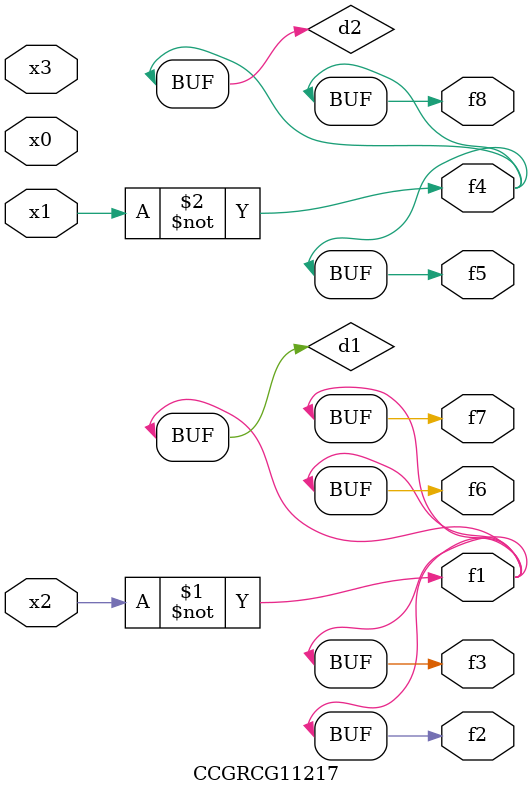
<source format=v>
module CCGRCG11217(
	input x0, x1, x2, x3,
	output f1, f2, f3, f4, f5, f6, f7, f8
);

	wire d1, d2;

	xnor (d1, x2);
	not (d2, x1);
	assign f1 = d1;
	assign f2 = d1;
	assign f3 = d1;
	assign f4 = d2;
	assign f5 = d2;
	assign f6 = d1;
	assign f7 = d1;
	assign f8 = d2;
endmodule

</source>
